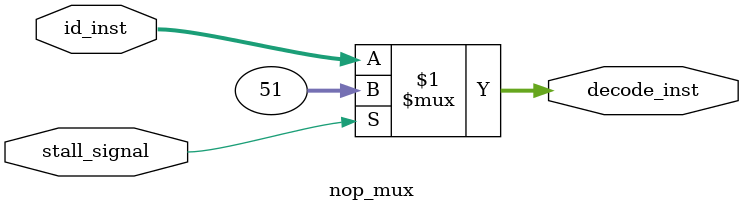
<source format=v>
`timescale 1ns / 1ps


module main( input clk, input reset);
reg [4:0] clk_count;
wire [31:0] PC, instruction_code, out_reg1, out_reg2, imm_data, writetoreg, alu_out, memory_read, branched_PC;
wire [1:0] imm_sel;
wire [2:0] alu_ctrl;
wire regwrite, alusrc, memtoreg, memread, memwrite, branch,pcsrc, stall_signal ;

always@(posedge clk)
begin
if (reset)
    clk_count = 1;
else
    clk_count = clk_count + 1;
end

// Pipeline Register signals
wire [31:0] id_PC, id_inst, ex_PC, decode_inst, dest_reg, ex_dest_reg;
wire [31:0] ex_data1,ex_data2,ex_imm, mem_alu_out, mem_branched_PC, mem_ex_data2, wb_alu_out, wb_memory_read;
wire [2:0] ex_alu_ctrl;
wire [4:0] rrs1, rrs2, rrwrite, mem_rrwrite, mem_rs2,wb_rrwrite, next_write_reg;
wire ex_alusrc,ex_branch,ex_memread,ex_memwrite,ex_memtoreg,ex_regwrite,mem_memread, mem_memwrite, mem_memtoreg, mem_regwrite,
mem_pcsr, wb_memtoreg,wb_regwrite;
wire [1:0] sel1, sel2;

inst_stage i1(clk,reset,PC,instruction_code, mem_branched_PC, mem_pcsr, stall_signal);

if_id id1(clk,PC, instruction_code, id_PC, id_inst);

nop_mux n1(id_inst, decode_inst,stall_signal);

wire mac;
decode_stage d1(clk,reset,decode_inst , out_reg1,out_reg2, imm_data,alusrc,memtoreg,
memread, memwrite,branch,
id_PC, branched_PC, pcsr,
writetoreg, alu_ctrl, wb_regwrite,wb_rrwrite,  next_write_reg, next_regwrite, stall_signal,
mac, dest_reg
);

id_ex idex(clk,id_PC,
        out_reg1,out_reg2,imm_data,alusrc,alu_ctrl,
        branch,
        memread,memwrite,memtoreg,next_regwrite,
        ex_PC,
        ex_data1,ex_data2,ex_imm,ex_alusrc,ex_alu_ctrl,ex_branch,
        ex_memread,ex_memwrite,ex_memtoreg,ex_regwrite,
        id_inst[19:15],id_inst[24:20],next_write_reg,rrs1, rrs2, rrwrite,
        mac, ex_mac, dest_reg, ex_dest_reg
        //, branched_PC, ex_branched_PC, pcsr, ex_pcsr
      );

wire [31:0] alu_data1, alu_data2;      
forwarding_mux f1(sel1, ex_data1, mem_alu_out,wb_memory_read, alu_data1,writetoreg );
forwarding_mux f2(sel2, ex_data2, mem_alu_out,wb_memory_read, alu_data2, writetoreg);
      
ALU_stage a1(alu_data1,alu_data2,ex_imm, ex_alusrc,ex_alu_ctrl,alu_out,
ex_PC, ex_branch, branched_PC, pcsrc, 
            ex_mac, ex_dest_reg);

ex_mem exmem( clk,ex_memread, ex_memwrite,ex_memtoreg, ex_regwrite,rrwrite,alu_out, 
branched_PC,pcsrc,
alu_data2,
mem_memread, mem_memwrite, mem_memtoreg, mem_regwrite,mem_rrwrite,mem_alu_out,
mem_branched_PC, mem_pcsr, 
mem_ex_data2);


mem_stage m1(reset,mem_alu_out, mem_memread,mem_memwrite,mem_ex_data2 ,memory_read);

mem_wb memwb(clk, mem_rrwrite,mem_memtoreg, mem_regwrite,mem_alu_out,memory_read,
wb_rrwrite, // Go to decode
wb_memtoreg,
wb_regwrite, // Go to decode
wb_alu_out, wb_memory_read );

wb_stage w1(wb_alu_out,wb_memory_read,wb_memtoreg,
writetoreg // Transfer to decode
);

forwarding_check f3(mem_regwrite, mem_rrwrite, wb_rrwrite ,rrs1, rrs2,wb_regwrite,sel1,sel2,mem_memread );
stall s1(ex_memread,id_inst[19:15],id_inst[24:20],rrwrite, stall_signal, reset );

endmodule

module forwarding_mux(input [1:0] sel, input [31:0] normal_input, ex_input, mem_input, output reg [31:0] out_data,
input [31:0] writetoreg);
always @(*)
case(sel)
2'b00: out_data = normal_input;
2'b01: out_data = ex_input;
2'b10: out_data = mem_input;
2'b11: out_data = writetoreg;
endcase
endmodule


module nop_mux(input [31:0] id_inst, output [31:0] decode_inst, input stall_signal);

assign decode_inst = stall_signal ? 32'h00000033:id_inst;

endmodule
</source>
